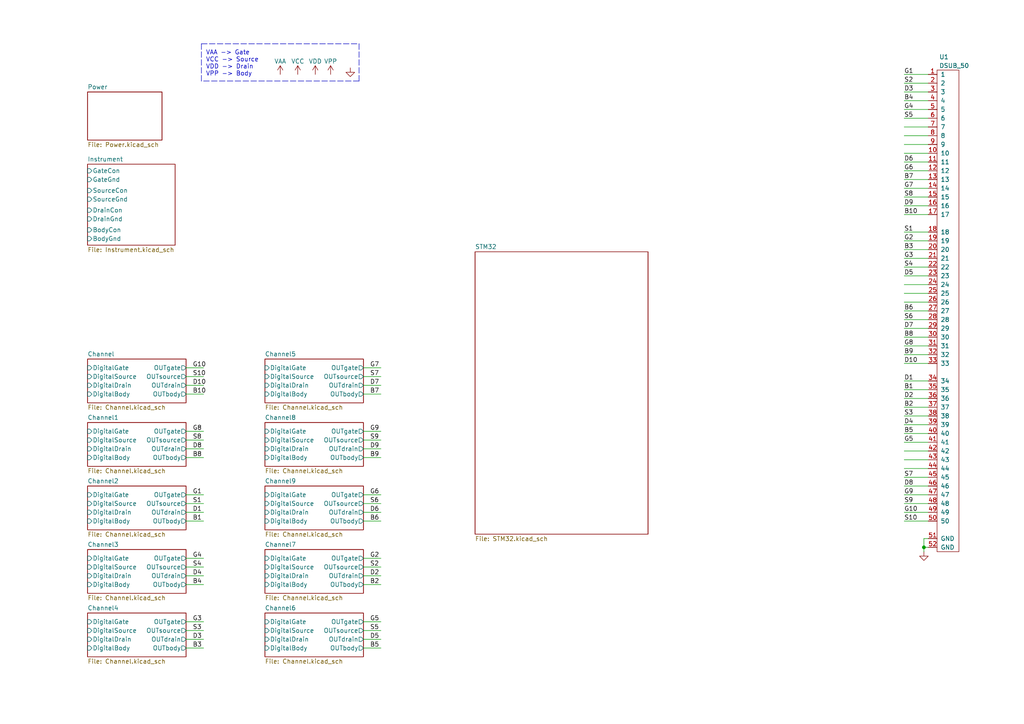
<source format=kicad_sch>
(kicad_sch (version 20211123) (generator eeschema)
  (paper "A4")
  (lib_symbols
    (symbol "IFS_Wire:DSUB_50" (pin_names (offset 1.016))
      (property "Reference" "U" (at 3.81 71.12 0))
      (property "Value" "DSUB_50" (at 1.27 73.66 0))
      (symbol "DSUB_50_0_0"
        (pin unspecified line (at -5.08 68.58 0) (length 2.54) (name "1") (number "1"))
        (pin unspecified line (at -5.08 45.72 0) (length 2.54) (name "10") (number "10"))
        (pin unspecified line (at -5.08 43.18 0) (length 2.54) (name "11") (number "11"))
        (pin unspecified line (at -5.08 40.64 0) (length 2.54) (name "12") (number "12"))
        (pin unspecified line (at -5.08 38.1 0) (length 2.54) (name "13") (number "13"))
        (pin unspecified line (at -5.08 35.56 0) (length 2.54) (name "14") (number "14"))
        (pin unspecified line (at -5.08 33.02 0) (length 2.54) (name "15") (number "15"))
        (pin unspecified line (at -5.08 30.48 0) (length 2.54) (name "16") (number "16"))
        (pin unspecified line (at -5.08 27.94 0) (length 2.54) (name "17") (number "17"))
        (pin unspecified line (at -5.08 22.86 0) (length 2.54) (name "18") (number "18"))
        (pin unspecified line (at -5.08 20.32 0) (length 2.54) (name "19") (number "19"))
        (pin unspecified line (at -5.08 66.04 0) (length 2.54) (name "2") (number "2"))
        (pin unspecified line (at -5.08 17.78 0) (length 2.54) (name "20") (number "20"))
        (pin unspecified line (at -5.08 15.24 0) (length 2.54) (name "21") (number "21"))
        (pin unspecified line (at -5.08 12.7 0) (length 2.54) (name "22") (number "22"))
        (pin unspecified line (at -5.08 10.16 0) (length 2.54) (name "23") (number "23"))
        (pin unspecified line (at -5.08 7.62 0) (length 2.54) (name "24") (number "24"))
        (pin unspecified line (at -5.08 5.08 0) (length 2.54) (name "25") (number "25"))
        (pin unspecified line (at -5.08 2.54 0) (length 2.54) (name "26") (number "26"))
        (pin unspecified line (at -5.08 0 0) (length 2.54) (name "27") (number "27"))
        (pin unspecified line (at -5.08 -2.54 0) (length 2.54) (name "28") (number "28"))
        (pin unspecified line (at -5.08 -5.08 0) (length 2.54) (name "29") (number "29"))
        (pin unspecified line (at -5.08 63.5 0) (length 2.54) (name "3") (number "3"))
        (pin unspecified line (at -5.08 -7.62 0) (length 2.54) (name "30") (number "30"))
        (pin unspecified line (at -5.08 -10.16 0) (length 2.54) (name "31") (number "31"))
        (pin unspecified line (at -5.08 -12.7 0) (length 2.54) (name "32") (number "32"))
        (pin unspecified line (at -5.08 -15.24 0) (length 2.54) (name "33") (number "33"))
        (pin unspecified line (at -5.08 -20.32 0) (length 2.54) (name "34") (number "34"))
        (pin unspecified line (at -5.08 -22.86 0) (length 2.54) (name "35") (number "35"))
        (pin unspecified line (at -5.08 -25.4 0) (length 2.54) (name "36") (number "36"))
        (pin unspecified line (at -5.08 -27.94 0) (length 2.54) (name "37") (number "37"))
        (pin unspecified line (at -5.08 -30.48 0) (length 2.54) (name "38") (number "38"))
        (pin unspecified line (at -5.08 -33.02 0) (length 2.54) (name "39") (number "39"))
        (pin unspecified line (at -5.08 60.96 0) (length 2.54) (name "4") (number "4"))
        (pin unspecified line (at -5.08 -35.56 0) (length 2.54) (name "40") (number "40"))
        (pin unspecified line (at -5.08 -38.1 0) (length 2.54) (name "41") (number "41"))
        (pin unspecified line (at -5.08 -40.64 0) (length 2.54) (name "42") (number "42"))
        (pin unspecified line (at -5.08 -43.18 0) (length 2.54) (name "43") (number "43"))
        (pin unspecified line (at -5.08 -45.72 0) (length 2.54) (name "44") (number "44"))
        (pin unspecified line (at -5.08 -48.26 0) (length 2.54) (name "45") (number "45"))
        (pin unspecified line (at -5.08 -50.8 0) (length 2.54) (name "46") (number "46"))
        (pin unspecified line (at -5.08 -53.34 0) (length 2.54) (name "47") (number "47"))
        (pin unspecified line (at -5.08 -55.88 0) (length 2.54) (name "48") (number "48"))
        (pin unspecified line (at -5.08 -58.42 0) (length 2.54) (name "49") (number "49"))
        (pin unspecified line (at -5.08 58.42 0) (length 2.54) (name "5") (number "5"))
        (pin unspecified line (at -5.08 -60.96 0) (length 2.54) (name "50") (number "50"))
        (pin unspecified line (at -5.08 -66.04 0) (length 2.54) (name "GND") (number "51"))
        (pin unspecified line (at -5.08 -68.58 0) (length 2.54) (name "GND") (number "52"))
        (pin unspecified line (at -5.08 55.88 0) (length 2.54) (name "6") (number "6"))
        (pin unspecified line (at -5.08 53.34 0) (length 2.54) (name "7") (number "7"))
        (pin unspecified line (at -5.08 50.8 0) (length 2.54) (name "8") (number "8"))
        (pin unspecified line (at -5.08 48.26 0) (length 2.54) (name "9") (number "9"))
      )
      (symbol "DSUB_50_0_1"
        (rectangle (start -2.54 69.85) (end 3.81 -69.85))
      )
    )
    (symbol "power:GND" (power) (pin_names (offset 0))
      (property "Value" "GND" (at 0 -3.81 0))
      (symbol "GND_0_1"
        (polyline (pts (xy 0 0) (xy 0 -1.27) (xy 1.27 -1.27) (xy 0 -2.54) (xy -1.27 -1.27) (xy 0 -1.27)))
      )
      (symbol "GND_1_1"
        (pin power_in line (at 0 0 270) (length 0) hide (name "GND") (number "1"))
      )
    )
    (symbol "power:VAA" (power) (pin_names (offset 0))
      (property "Value" "VAA" (at 0 3.81 0))
      (symbol "VAA_0_1"
        (polyline (pts (xy -0.762 1.27) (xy 0 2.54)))
        (polyline (pts (xy 0 0) (xy 0 2.54)))
        (polyline (pts (xy 0 2.54) (xy 0.762 1.27)))
      )
      (symbol "VAA_1_1"
        (pin power_in line (at 0 0 90) (length 0) hide (name "VAA") (number "1"))
      )
    )
    (symbol "power:VCC" (power) (pin_names (offset 0))
      (property "Value" "VCC" (at 0 3.81 0))
      (symbol "VCC_0_1"
        (polyline (pts (xy -0.762 1.27) (xy 0 2.54)))
        (polyline (pts (xy 0 0) (xy 0 2.54)))
        (polyline (pts (xy 0 2.54) (xy 0.762 1.27)))
      )
      (symbol "VCC_1_1"
        (pin power_in line (at 0 0 90) (length 0) hide (name "VCC") (number "1"))
      )
    )
    (symbol "power:VDD" (power) (pin_names (offset 0))
      (property "Value" "VDD" (at 0 3.81 0))
      (symbol "VDD_0_1"
        (polyline (pts (xy -0.762 1.27) (xy 0 2.54)))
        (polyline (pts (xy 0 0) (xy 0 2.54)))
        (polyline (pts (xy 0 2.54) (xy 0.762 1.27)))
      )
      (symbol "VDD_1_1"
        (pin power_in line (at 0 0 90) (length 0) hide (name "VDD") (number "1"))
      )
    )
    (symbol "power:VPP" (power) (pin_names (offset 0))
      (property "Value" "VPP" (at 0 3.81 0))
      (symbol "VPP_0_1"
        (polyline (pts (xy -0.762 1.27) (xy 0 2.54)))
        (polyline (pts (xy 0 0) (xy 0 2.54)))
        (polyline (pts (xy 0 2.54) (xy 0.762 1.27)))
      )
      (symbol "VPP_1_1"
        (pin power_in line (at 0 0 90) (length 0) hide (name "VPP") (number "1"))
      )
    )
  )
  (junction (at 267.97 158.75))
  (wire (pts (xy 262.255 54.61) (xy 269.24 54.61)))
  (wire (pts (xy 262.255 118.11) (xy 269.24 118.11)))
  (wire (pts (xy 53.975 169.545) (xy 59.055 169.545)))
  (wire (pts (xy 262.255 77.47) (xy 269.24 77.47)))
  (wire (pts (xy 53.975 125.095) (xy 59.055 125.095)))
  (wire (pts (xy 262.255 67.31) (xy 269.24 67.31)))
  (wire (pts (xy 53.975 148.59) (xy 59.055 148.59)))
  (wire (pts (xy 262.255 29.21) (xy 269.24 29.21)))
  (wire (pts (xy 262.255 69.85) (xy 269.24 69.85)))
  (wire (pts (xy 53.975 143.51) (xy 59.055 143.51)))
  (polyline (pts (xy 104.14 23.495) (xy 58.42 23.495)))
  (wire (pts (xy 53.975 109.22) (xy 59.055 109.22)))
  (wire (pts (xy 105.41 187.96) (xy 110.49 187.96)))
  (wire (pts (xy 105.41 111.76) (xy 110.49 111.76)))
  (wire (pts (xy 53.975 185.42) (xy 59.055 185.42)))
  (wire (pts (xy 105.41 169.545) (xy 110.49 169.545)))
  (wire (pts (xy 105.41 109.22) (xy 110.49 109.22)))
  (wire (pts (xy 53.975 106.68) (xy 59.055 106.68)))
  (wire (pts (xy 262.255 52.07) (xy 269.24 52.07)))
  (wire (pts (xy 262.255 138.43) (xy 269.24 138.43)))
  (wire (pts (xy 105.41 164.465) (xy 110.49 164.465)))
  (wire (pts (xy 262.255 31.75) (xy 269.24 31.75)))
  (wire (pts (xy 53.975 111.76) (xy 59.055 111.76)))
  (wire (pts (xy 262.255 62.23) (xy 269.24 62.23)))
  (wire (pts (xy 53.975 132.715) (xy 59.055 132.715)))
  (wire (pts (xy 262.255 120.65) (xy 269.24 120.65)))
  (wire (pts (xy 105.41 106.68) (xy 110.49 106.68)))
  (wire (pts (xy 262.255 105.41) (xy 269.24 105.41)))
  (wire (pts (xy 262.255 85.09) (xy 269.24 85.09)))
  (wire (pts (xy 262.255 95.25) (xy 269.24 95.25)))
  (wire (pts (xy 53.975 164.465) (xy 59.055 164.465)))
  (wire (pts (xy 105.41 148.59) (xy 110.49 148.59)))
  (wire (pts (xy 53.975 187.96) (xy 59.055 187.96)))
  (wire (pts (xy 262.255 130.81) (xy 269.24 130.81)))
  (wire (pts (xy 262.255 123.19) (xy 269.24 123.19)))
  (wire (pts (xy 262.255 151.13) (xy 269.24 151.13)))
  (wire (pts (xy 105.41 130.175) (xy 110.49 130.175)))
  (wire (pts (xy 262.255 21.59) (xy 269.24 21.59)))
  (wire (pts (xy 53.975 151.13) (xy 59.055 151.13)))
  (wire (pts (xy 269.24 156.21) (xy 267.97 156.21)))
  (wire (pts (xy 53.975 161.925) (xy 59.055 161.925)))
  (wire (pts (xy 53.975 130.175) (xy 59.055 130.175)))
  (polyline (pts (xy 104.14 12.7) (xy 104.14 23.495)))
  (wire (pts (xy 262.255 87.63) (xy 269.24 87.63)))
  (wire (pts (xy 262.255 140.97) (xy 269.24 140.97)))
  (wire (pts (xy 262.255 148.59) (xy 269.24 148.59)))
  (wire (pts (xy 262.255 59.69) (xy 269.24 59.69)))
  (wire (pts (xy 105.41 161.925) (xy 110.49 161.925)))
  (wire (pts (xy 53.975 114.3) (xy 59.055 114.3)))
  (wire (pts (xy 105.41 185.42) (xy 110.49 185.42)))
  (wire (pts (xy 262.255 128.27) (xy 269.24 128.27)))
  (wire (pts (xy 262.255 24.13) (xy 269.24 24.13)))
  (wire (pts (xy 262.255 80.01) (xy 269.24 80.01)))
  (wire (pts (xy 105.41 180.34) (xy 110.49 180.34)))
  (wire (pts (xy 105.41 182.88) (xy 110.49 182.88)))
  (wire (pts (xy 262.255 57.15) (xy 269.24 57.15)))
  (wire (pts (xy 105.41 127.635) (xy 110.49 127.635)))
  (wire (pts (xy 262.255 82.55) (xy 269.24 82.55)))
  (wire (pts (xy 262.255 100.33) (xy 269.24 100.33)))
  (wire (pts (xy 105.41 167.005) (xy 110.49 167.005)))
  (wire (pts (xy 262.255 41.91) (xy 269.24 41.91)))
  (wire (pts (xy 105.41 114.3) (xy 110.49 114.3)))
  (wire (pts (xy 53.975 127.635) (xy 59.055 127.635)))
  (wire (pts (xy 267.97 158.75) (xy 267.97 160.02)))
  (wire (pts (xy 262.255 102.87) (xy 269.24 102.87)))
  (wire (pts (xy 262.255 44.45) (xy 269.24 44.45)))
  (wire (pts (xy 105.41 143.51) (xy 110.49 143.51)))
  (wire (pts (xy 262.255 74.93) (xy 269.24 74.93)))
  (wire (pts (xy 262.255 34.29) (xy 269.24 34.29)))
  (wire (pts (xy 262.255 46.99) (xy 269.24 46.99)))
  (wire (pts (xy 262.255 90.17) (xy 269.24 90.17)))
  (wire (pts (xy 262.255 135.89) (xy 269.24 135.89)))
  (wire (pts (xy 53.975 146.05) (xy 59.055 146.05)))
  (wire (pts (xy 262.255 97.79) (xy 269.24 97.79)))
  (wire (pts (xy 105.41 146.05) (xy 110.49 146.05)))
  (wire (pts (xy 105.41 151.13) (xy 110.49 151.13)))
  (wire (pts (xy 53.975 180.34) (xy 59.055 180.34)))
  (wire (pts (xy 262.255 133.35) (xy 269.24 133.35)))
  (wire (pts (xy 53.975 167.005) (xy 59.055 167.005)))
  (wire (pts (xy 262.255 143.51) (xy 269.24 143.51)))
  (polyline (pts (xy 58.42 12.7) (xy 104.14 12.7)))
  (wire (pts (xy 262.255 72.39) (xy 269.24 72.39)))
  (polyline (pts (xy 58.42 12.7) (xy 58.42 23.495)))
  (wire (pts (xy 53.975 182.88) (xy 59.055 182.88)))
  (wire (pts (xy 262.255 49.53) (xy 269.24 49.53)))
  (wire (pts (xy 267.97 158.75) (xy 269.24 158.75)))
  (wire (pts (xy 262.255 146.05) (xy 269.24 146.05)))
  (wire (pts (xy 262.255 39.37) (xy 269.24 39.37)))
  (wire (pts (xy 262.255 113.03) (xy 269.24 113.03)))
  (wire (pts (xy 267.97 156.21) (xy 267.97 158.75)))
  (wire (pts (xy 105.41 125.095) (xy 110.49 125.095)))
  (wire (pts (xy 262.255 115.57) (xy 269.24 115.57)))
  (wire (pts (xy 262.255 110.49) (xy 269.24 110.49)))
  (wire (pts (xy 105.41 132.715) (xy 110.49 132.715)))
  (wire (pts (xy 262.255 92.71) (xy 269.24 92.71)))
  (wire (pts (xy 262.255 125.73) (xy 269.24 125.73)))
  (wire (pts (xy 262.255 36.83) (xy 269.24 36.83)))
  (wire (pts (xy 262.255 26.67) (xy 269.24 26.67)))
  (text "VAA -> Gate\nVCC -> Source\nVDD -> Drain\nVPP -> Body" (at 59.69 22.225 0) (effects (font (size 1.27 1.27)) (justify left bottom)))
  (label "B9" (at 107.315 132.715 0))
  (label "B6" (at 107.315 151.13 0))
  (label "D2" (at 107.315 167.005 0))
  (label "D1" (at 262.255 110.49 0))
  (label "S6" (at 262.255 92.71 0))
  (label "G3" (at 262.255 74.93 0))
  (label "S3" (at 55.88 182.88 0))
  (label "B4" (at 55.88 169.545 0))
  (label "G2" (at 107.315 161.925 0))
  (label "S5" (at 262.255 34.29 0))
  (label "D6" (at 262.255 46.99 0))
  (label "G6" (at 107.315 143.51 0))
  (label "G2" (at 262.255 69.85 0))
  (label "D6" (at 107.315 148.59 0))
  (label "S1" (at 262.255 67.31 0))
  (label "S4" (at 262.255 77.47 0))
  (label "G5" (at 262.255 128.27 0))
  (label "G3" (at 55.88 180.34 0))
  (label "G4" (at 55.88 161.925 0))
  (label "D7" (at 107.315 111.76 0))
  (label "D2" (at 262.255 115.57 0))
  (label "D3" (at 55.88 185.42 0))
  (label "D4" (at 55.88 167.005 0))
  (label "D1" (at 55.88 148.59 0))
  (label "B5" (at 107.315 187.96 0))
  (label "B3" (at 262.255 72.39 0))
  (label "G9" (at 262.255 143.51 0))
  (label "S2" (at 262.255 24.13 0))
  (label "S7" (at 107.315 109.22 0))
  (label "S7" (at 262.255 138.43 0))
  (label "B8" (at 55.88 132.715 0))
  (label "D7" (at 262.255 95.25 0))
  (label "S2" (at 107.315 164.465 0))
  (label "G10" (at 55.88 106.68 0))
  (label "B10" (at 55.88 114.3 0))
  (label "G6" (at 262.255 49.53 0))
  (label "B7" (at 262.255 52.07 0))
  (label "D10" (at 262.255 105.41 0))
  (label "S9" (at 262.255 146.05 0))
  (label "G9" (at 107.315 125.095 0))
  (label "D5" (at 262.255 80.01 0))
  (label "B8" (at 262.255 97.79 0))
  (label "B5" (at 262.255 125.73 0))
  (label "D8" (at 55.88 130.175 0))
  (label "G1" (at 55.88 143.51 0))
  (label "G8" (at 262.255 100.33 0))
  (label "D10" (at 55.88 111.76 0))
  (label "B1" (at 262.255 113.03 0))
  (label "B10" (at 262.255 62.23 0))
  (label "S10" (at 262.255 151.13 0))
  (label "S6" (at 107.315 146.05 0))
  (label "S5" (at 107.315 182.88 0))
  (label "B2" (at 107.315 169.545 0))
  (label "G5" (at 107.315 180.34 0))
  (label "S8" (at 55.88 127.635 0))
  (label "D8" (at 262.255 140.97 0))
  (label "B1" (at 55.88 151.13 0))
  (label "D9" (at 107.315 130.175 0))
  (label "S1" (at 55.88 146.05 0))
  (label "D3" (at 262.255 26.67 0))
  (label "D4" (at 262.255 123.19 0))
  (label "S3" (at 262.255 120.65 0))
  (label "B7" (at 107.315 114.3 0))
  (label "D9" (at 262.255 59.69 0))
  (label "S8" (at 262.255 57.15 0))
  (label "G7" (at 107.315 106.68 0))
  (label "G7" (at 262.255 54.61 0))
  (label "S9" (at 107.315 127.635 0))
  (label "B9" (at 262.255 102.87 0))
  (label "B2" (at 262.255 118.11 0))
  (label "G8" (at 55.88 125.095 0))
  (label "G10" (at 262.255 148.59 0))
  (label "S4" (at 55.88 164.465 0))
  (label "B3" (at 55.88 187.96 0))
  (label "G1" (at 262.255 21.59 0))
  (label "G4" (at 262.255 31.75 0))
  (label "B4" (at 262.255 29.21 0))
  (label "D5" (at 107.315 185.42 0))
  (label "B6" (at 262.255 90.17 0))
  (label "S10" (at 55.88 109.22 0))
  (symbol (lib_id "IFS_Wire:DSUB_50") (at 274.32 90.17 0) (unit 1)
    (property "Reference" "U1" (at 272.415 16.51 0) (effects (justify left)))
    (property "Value" "DSUB_50" (at 272.415 19.05 0) (effects (justify left)))
    (property "Footprint" "IFS-Library:DSUB_50" (effects hide))
  )
  (symbol (lib_id "power:VCC") (at 86.36 21.59 0) (unit 1)
    (property "Reference" "#PWR0292" (effects hide))
    (property "Value" "VCC" (at 86.36 17.78 0))
  )
  (symbol (lib_id "power:GND") (at 101.6 19.685 0) (unit 1)
    (property "Reference" "#PWR0294" (effects hide))
    (property "Value" "GND" (effects hide))
  )
  (symbol (lib_id "power:VAA") (at 81.28 21.59 0) (unit 1)
    (property "Reference" "#PWR0290" (effects hide))
    (property "Value" "VAA" (at 81.28 17.78 0))
  )
  (symbol (lib_id "power:VDD") (at 91.44 21.59 0) (unit 1)
    (property "Reference" "#PWR0291" (effects hide))
    (property "Value" "VDD" (at 91.44 17.78 0))
  )
  (symbol (lib_id "power:GND") (at 267.97 160.02 0) (unit 1)
    (property "Reference" "#PWR0101" (effects hide))
    (property "Value" "GND" (effects hide))
  )
  (symbol (lib_id "power:VPP") (at 95.885 21.59 0) (unit 1)
    (property "Reference" "#PWR0293" (effects hide))
    (property "Value" "VPP" (at 95.885 17.78 0))
  )
  (sheet (at 76.835 122.555) (size 28.575 12.7) (stroke (width 0.1524))
    (property "Sheet name" "Channel8" (at 76.835 121.8434 0) (effects (justify left bottom)))
    (property "Sheet file" "Channel.kicad_sch" (at 76.835 135.8396 0) (effects (justify left top)))
    (pin "OUTbody" output (at 105.41 132.715 0))
    (pin "OUTdrain" output (at 105.41 130.175 0))
    (pin "OUTsource" output (at 105.41 127.635 0))
    (pin "OUTgate" output (at 105.41 125.095 0))
    (pin "DigitalDrain" input (at 76.835 130.175 180))
    (pin "DigitalBody" input (at 76.835 132.715 180))
    (pin "DigitalSource" input (at 76.835 127.635 180))
    (pin "DigitalGate" input (at 76.835 125.095 180))
  )
  (sheet (at 25.4 104.14) (size 28.575 12.7) (stroke (width 0.1524))
    (property "Sheet name" "Channel" (at 25.4 103.4284 0) (effects (justify left bottom)))
    (property "Sheet file" "Channel.kicad_sch" (at 25.4 117.4246 0) (effects (justify left top)))
    (pin "OUTbody" output (at 53.975 114.3 0))
    (pin "OUTdrain" output (at 53.975 111.76 0))
    (pin "OUTsource" output (at 53.975 109.22 0))
    (pin "OUTgate" output (at 53.975 106.68 0))
    (pin "DigitalDrain" input (at 25.4 111.76 180))
    (pin "DigitalBody" input (at 25.4 114.3 180))
    (pin "DigitalSource" input (at 25.4 109.22 180))
    (pin "DigitalGate" input (at 25.4 106.68 180))
  )
  (sheet (at 25.4 122.555) (size 28.575 12.7) (stroke (width 0.1524))
    (property "Sheet name" "Channel1" (at 25.4 121.8434 0) (effects (justify left bottom)))
    (property "Sheet file" "Channel.kicad_sch" (at 25.4 135.8396 0) (effects (justify left top)))
    (pin "OUTbody" output (at 53.975 132.715 0))
    (pin "OUTdrain" output (at 53.975 130.175 0))
    (pin "OUTsource" output (at 53.975 127.635 0))
    (pin "OUTgate" output (at 53.975 125.095 0))
    (pin "DigitalDrain" input (at 25.4 130.175 180))
    (pin "DigitalBody" input (at 25.4 132.715 180))
    (pin "DigitalSource" input (at 25.4 127.635 180))
    (pin "DigitalGate" input (at 25.4 125.095 180))
  )
  (sheet (at 137.795 73.025) (size 50.165 81.915) (stroke (width 0.1524))
    (property "Sheet name" "STM32" (at 137.795 72.3134 0) (effects (justify left bottom)))
    (property "Sheet file" "STM32.kicad_sch" (at 137.795 155.5246 0) (effects (justify left top)))
  )
  (sheet (at 76.835 140.97) (size 28.575 12.7) (stroke (width 0.1524))
    (property "Sheet name" "Channel9" (at 76.835 140.2584 0) (effects (justify left bottom)))
    (property "Sheet file" "Channel.kicad_sch" (at 76.835 154.2546 0) (effects (justify left top)))
    (pin "OUTbody" output (at 105.41 151.13 0))
    (pin "OUTdrain" output (at 105.41 148.59 0))
    (pin "OUTsource" output (at 105.41 146.05 0))
    (pin "OUTgate" output (at 105.41 143.51 0))
    (pin "DigitalDrain" input (at 76.835 148.59 180))
    (pin "DigitalBody" input (at 76.835 151.13 180))
    (pin "DigitalSource" input (at 76.835 146.05 180))
    (pin "DigitalGate" input (at 76.835 143.51 180))
  )
  (sheet (at 76.835 104.14) (size 28.575 12.7) (stroke (width 0.1524))
    (property "Sheet name" "Channel5" (at 76.835 103.4284 0) (effects (justify left bottom)))
    (property "Sheet file" "Channel.kicad_sch" (at 76.835 117.4246 0) (effects (justify left top)))
    (pin "OUTbody" output (at 105.41 114.3 0))
    (pin "OUTdrain" output (at 105.41 111.76 0))
    (pin "OUTsource" output (at 105.41 109.22 0))
    (pin "OUTgate" output (at 105.41 106.68 0))
    (pin "DigitalDrain" input (at 76.835 111.76 180))
    (pin "DigitalBody" input (at 76.835 114.3 180))
    (pin "DigitalSource" input (at 76.835 109.22 180))
    (pin "DigitalGate" input (at 76.835 106.68 180))
  )
  (sheet (at 76.835 177.8) (size 28.575 12.7) (stroke (width 0.1524))
    (property "Sheet name" "Channel6" (at 76.835 177.0884 0) (effects (justify left bottom)))
    (property "Sheet file" "Channel.kicad_sch" (at 76.835 191.0846 0) (effects (justify left top)))
    (pin "OUTbody" output (at 105.41 187.96 0))
    (pin "OUTdrain" output (at 105.41 185.42 0))
    (pin "OUTsource" output (at 105.41 182.88 0))
    (pin "OUTgate" output (at 105.41 180.34 0))
    (pin "DigitalDrain" input (at 76.835 185.42 180))
    (pin "DigitalBody" input (at 76.835 187.96 180))
    (pin "DigitalSource" input (at 76.835 182.88 180))
    (pin "DigitalGate" input (at 76.835 180.34 180))
  )
  (sheet (at 25.4 177.8) (size 28.575 12.7) (stroke (width 0.1524))
    (property "Sheet name" "Channel4" (at 25.4 177.0884 0) (effects (justify left bottom)))
    (property "Sheet file" "Channel.kicad_sch" (at 25.4 191.0846 0) (effects (justify left top)))
    (pin "OUTbody" output (at 53.975 187.96 0))
    (pin "OUTdrain" output (at 53.975 185.42 0))
    (pin "OUTsource" output (at 53.975 182.88 0))
    (pin "OUTgate" output (at 53.975 180.34 0))
    (pin "DigitalDrain" input (at 25.4 185.42 180))
    (pin "DigitalBody" input (at 25.4 187.96 180))
    (pin "DigitalSource" input (at 25.4 182.88 180))
    (pin "DigitalGate" input (at 25.4 180.34 180))
  )
  (sheet (at 25.4 159.385) (size 28.575 12.7) (stroke (width 0.1524))
    (property "Sheet name" "Channel3" (at 25.4 158.6734 0) (effects (justify left bottom)))
    (property "Sheet file" "Channel.kicad_sch" (at 25.4 172.6696 0) (effects (justify left top)))
    (pin "OUTbody" output (at 53.975 169.545 0))
    (pin "OUTdrain" output (at 53.975 167.005 0))
    (pin "OUTsource" output (at 53.975 164.465 0))
    (pin "OUTgate" output (at 53.975 161.925 0))
    (pin "DigitalDrain" input (at 25.4 167.005 180))
    (pin "DigitalBody" input (at 25.4 169.545 180))
    (pin "DigitalSource" input (at 25.4 164.465 180))
    (pin "DigitalGate" input (at 25.4 161.925 180))
  )
  (sheet (at 25.4 26.67) (size 21.59 13.97) (stroke (width 0.1524))
    (property "Sheet name" "Power" (at 25.4 25.9584 0) (effects (justify left bottom)))
    (property "Sheet file" "Power.kicad_sch" (at 25.4 41.2246 0) (effects (justify left top)))
  )
  (sheet (at 76.835 159.385) (size 28.575 12.7) (stroke (width 0.1524))
    (property "Sheet name" "Channel7" (at 76.835 158.6734 0) (effects (justify left bottom)))
    (property "Sheet file" "Channel.kicad_sch" (at 76.835 172.6696 0) (effects (justify left top)))
    (pin "OUTbody" output (at 105.41 169.545 0))
    (pin "OUTdrain" output (at 105.41 167.005 0))
    (pin "OUTsource" output (at 105.41 164.465 0))
    (pin "OUTgate" output (at 105.41 161.925 0))
    (pin "DigitalDrain" input (at 76.835 167.005 180))
    (pin "DigitalBody" input (at 76.835 169.545 180))
    (pin "DigitalSource" input (at 76.835 164.465 180))
    (pin "DigitalGate" input (at 76.835 161.925 180))
  )
  (sheet (at 25.4 47.625) (size 25.4 23.495) (stroke (width 0.1524))
    (property "Sheet name" "Instrument" (at 25.4 46.9134 0) (effects (justify left bottom)))
    (property "Sheet file" "Instrument.kicad_sch" (at 25.4 71.7046 0) (effects (justify left top)))
    (pin "GateCon" input (at 25.4 49.53 180))
    (pin "GateGnd" input (at 25.4 52.07 180))
    (pin "SourceCon" input (at 25.4 55.245 180))
    (pin "SourceGnd" input (at 25.4 57.785 180))
    (pin "DrainCon" input (at 25.4 60.96 180))
    (pin "DrainGnd" input (at 25.4 63.5 180))
    (pin "BodyCon" input (at 25.4 66.675 180))
    (pin "BodyGnd" input (at 25.4 69.215 180))
  )
  (sheet (at 25.4 140.97) (size 28.575 12.7) (stroke (width 0.1524))
    (property "Sheet name" "Channel2" (at 25.4 140.2584 0) (effects (justify left bottom)))
    (property "Sheet file" "Channel.kicad_sch" (at 25.4 154.2546 0) (effects (justify left top)))
    (pin "OUTbody" output (at 53.975 151.13 0))
    (pin "OUTdrain" output (at 53.975 148.59 0))
    (pin "OUTsource" output (at 53.975 146.05 0))
    (pin "OUTgate" output (at 53.975 143.51 0))
    (pin "DigitalDrain" input (at 25.4 148.59 180))
    (pin "DigitalBody" input (at 25.4 151.13 180))
    (pin "DigitalSource" input (at 25.4 146.05 180))
    (pin "DigitalGate" input (at 25.4 143.51 180))
  )
)
</source>
